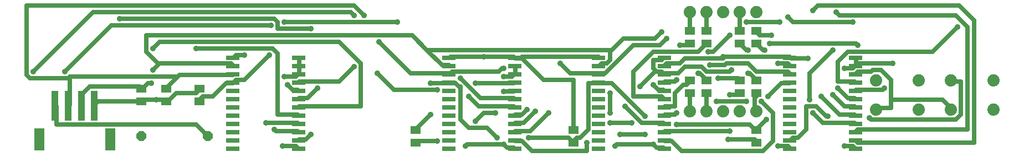
<source format=gbl>
G75*
G70*
%OFA0B0*%
%FSLAX24Y24*%
%IPPOS*%
%LPD*%
%AMOC8*
5,1,8,0,0,1.08239X$1,22.5*
%
%ADD10R,0.0800X0.0260*%
%ADD11R,0.0591X0.0512*%
%ADD12R,0.0394X0.1811*%
%ADD13R,0.0630X0.1339*%
%ADD14C,0.0740*%
%ADD15OC8,0.0600*%
%ADD16C,0.0250*%
%ADD17C,0.0360*%
D10*
X015256Y001385D03*
X015256Y001885D03*
X015256Y002385D03*
X015256Y002885D03*
X015256Y003385D03*
X015256Y003885D03*
X015256Y004385D03*
X015256Y004885D03*
X015256Y005385D03*
X015256Y005885D03*
X015256Y006385D03*
X015256Y006885D03*
X019216Y006885D03*
X019216Y006385D03*
X019216Y005885D03*
X019216Y005385D03*
X019216Y004885D03*
X019216Y004385D03*
X019216Y003885D03*
X019216Y003385D03*
X019216Y002885D03*
X019216Y002385D03*
X019216Y001885D03*
X019216Y001385D03*
X028256Y001385D03*
X028256Y001885D03*
X028256Y002385D03*
X028256Y002885D03*
X028256Y003385D03*
X028256Y003885D03*
X028256Y004385D03*
X028256Y004885D03*
X028256Y005385D03*
X028256Y005885D03*
X028256Y006385D03*
X028256Y006885D03*
X032216Y006885D03*
X032216Y006385D03*
X032216Y005885D03*
X032216Y005385D03*
X032216Y004885D03*
X032216Y004385D03*
X032216Y003885D03*
X032216Y003385D03*
X032216Y002885D03*
X032216Y002385D03*
X032216Y001885D03*
X032216Y001385D03*
X037256Y001385D03*
X037256Y001885D03*
X037256Y002385D03*
X037256Y002885D03*
X037256Y003385D03*
X037256Y003885D03*
X037256Y004385D03*
X037256Y004885D03*
X037256Y005385D03*
X037256Y005885D03*
X037256Y006385D03*
X037256Y006885D03*
X041216Y006885D03*
X041216Y006385D03*
X041216Y005885D03*
X041216Y005385D03*
X041216Y004885D03*
X041216Y004385D03*
X041216Y003885D03*
X041216Y003385D03*
X041216Y002885D03*
X041216Y002385D03*
X041216Y001885D03*
X041216Y001385D03*
X048756Y001385D03*
X048756Y001885D03*
X048756Y002385D03*
X048756Y002885D03*
X048756Y003385D03*
X048756Y003885D03*
X048756Y004385D03*
X048756Y004885D03*
X048756Y005385D03*
X048756Y005885D03*
X048756Y006385D03*
X048756Y006885D03*
X052716Y006885D03*
X052716Y006385D03*
X052716Y005885D03*
X052716Y005385D03*
X052716Y004885D03*
X052716Y004385D03*
X052716Y003885D03*
X052716Y003385D03*
X052716Y002885D03*
X052716Y002385D03*
X052716Y001885D03*
X052716Y001385D03*
D11*
X046736Y001761D03*
X046736Y002509D03*
X035736Y002509D03*
X035736Y001761D03*
X026236Y001761D03*
X026236Y002509D03*
X013236Y004261D03*
X011236Y004261D03*
X009736Y004261D03*
X009736Y005009D03*
X011236Y005009D03*
X013236Y005009D03*
X042736Y004761D03*
X043736Y004761D03*
X045736Y004761D03*
X046736Y004761D03*
X046736Y005509D03*
X045736Y005509D03*
X043736Y005509D03*
X042736Y005509D03*
X042736Y007761D03*
X043736Y007761D03*
X045736Y007761D03*
X046736Y007761D03*
X046736Y008509D03*
X045736Y008509D03*
X043736Y008509D03*
X042736Y008509D03*
D12*
X006917Y003985D03*
X006129Y003985D03*
X005342Y003985D03*
X004555Y003985D03*
D13*
X003610Y001938D03*
X007862Y001938D03*
D14*
X042736Y003635D03*
X043736Y003635D03*
X044736Y003635D03*
X045736Y003635D03*
X046736Y003635D03*
X053956Y003745D03*
X056516Y003745D03*
X058456Y003745D03*
X061016Y003745D03*
X061016Y005525D03*
X058456Y005525D03*
X056516Y005525D03*
X053956Y005525D03*
X046736Y009635D03*
X045736Y009635D03*
X044736Y009635D03*
X043736Y009635D03*
X042736Y009635D03*
D15*
X013736Y002135D03*
X009736Y002135D03*
D16*
X013036Y002835D02*
X013736Y002135D01*
X013036Y002835D02*
X004636Y002835D01*
X004636Y003935D01*
X004555Y003985D01*
X005342Y003985D02*
X005436Y004035D01*
X005436Y005635D01*
X003036Y005635D01*
X002836Y005835D01*
X002836Y010035D01*
X022536Y010035D01*
X023136Y009435D01*
X022536Y009435D02*
X022336Y009635D01*
X006836Y009635D01*
X003236Y006035D01*
X005136Y006035D02*
X007936Y008835D01*
X017536Y008835D01*
X017936Y009035D02*
X017936Y008635D01*
X019936Y008635D01*
X018336Y009035D02*
X025136Y009035D01*
X026036Y008235D02*
X026986Y007285D01*
X027036Y007335D01*
X037936Y007335D01*
X038036Y007335D01*
X038736Y008035D01*
X040636Y008035D01*
X041036Y008435D01*
X042736Y008509D02*
X042736Y009635D01*
X043736Y009635D02*
X043736Y008509D01*
X044136Y007235D02*
X045136Y008235D01*
X045736Y008509D02*
X045736Y009635D01*
X048636Y009335D02*
X048936Y009035D01*
X052536Y009035D01*
X051736Y009435D02*
X058736Y009435D01*
X059436Y008735D01*
X059436Y002535D01*
X052836Y002535D01*
X052736Y002435D01*
X052716Y002385D01*
X052716Y002885D02*
X052636Y002935D01*
X050736Y002935D01*
X050136Y003535D01*
X050336Y003935D02*
X050936Y003335D01*
X051036Y003335D01*
X051736Y003435D02*
X052636Y003435D01*
X052716Y003385D01*
X053536Y003235D02*
X053636Y003135D01*
X058736Y003135D01*
X059036Y003435D01*
X059036Y005435D01*
X058536Y005435D01*
X058456Y005525D01*
X054836Y005535D02*
X054836Y004335D01*
X057936Y004335D01*
X058436Y003835D01*
X058456Y003745D01*
X054836Y003835D02*
X054036Y003835D01*
X053956Y003745D01*
X054836Y003835D02*
X054836Y004335D01*
X052716Y004385D02*
X052636Y004435D01*
X052236Y004435D01*
X051636Y005035D01*
X052716Y004885D02*
X052736Y004935D01*
X054336Y004935D01*
X054436Y005035D01*
X052716Y005385D02*
X052636Y005435D01*
X051636Y005435D01*
X051636Y006635D01*
X052236Y007235D01*
X057336Y007235D01*
X058836Y008735D01*
X059836Y009135D02*
X059836Y001735D01*
X052836Y001735D01*
X052736Y001835D01*
X052716Y001885D01*
X052536Y001535D02*
X052036Y001535D01*
X052536Y001535D02*
X052636Y001435D01*
X052716Y001385D01*
X049736Y002535D02*
X049236Y002035D01*
X048936Y002035D01*
X048836Y001935D01*
X048756Y001885D01*
X047736Y001835D02*
X047136Y001235D01*
X042236Y001235D01*
X041636Y001835D01*
X041236Y001835D01*
X041216Y001885D01*
X040736Y001435D02*
X040536Y001635D01*
X038336Y001635D01*
X038236Y001535D01*
X036536Y001735D02*
X036536Y001235D01*
X033236Y001235D01*
X032636Y001835D01*
X032236Y001835D01*
X032216Y001885D01*
X031736Y001435D02*
X031536Y001635D01*
X029336Y001635D01*
X029236Y001535D01*
X027536Y001835D02*
X026236Y001835D01*
X026236Y001761D01*
X026236Y002509D02*
X026236Y002535D01*
X027136Y003435D01*
X028936Y003135D02*
X028936Y005135D01*
X028836Y005135D01*
X028636Y005335D01*
X028336Y005335D01*
X028256Y005385D01*
X028236Y005335D01*
X027136Y005335D01*
X028936Y005635D02*
X030136Y004435D01*
X032136Y004435D01*
X032216Y004385D01*
X032136Y004835D02*
X031536Y004835D01*
X032136Y004835D02*
X032216Y004885D01*
X032136Y005335D02*
X029836Y005335D01*
X031536Y005735D02*
X032036Y005735D01*
X032136Y005835D01*
X032216Y005885D01*
X032236Y005935D01*
X032236Y006335D01*
X032216Y006385D01*
X031536Y006235D02*
X031436Y006235D01*
X031236Y006035D01*
X028436Y006035D01*
X028336Y005935D01*
X028256Y005885D01*
X028236Y005935D01*
X025936Y005935D01*
X024036Y007835D01*
X022936Y006535D02*
X021636Y007835D01*
X010836Y007835D01*
X010436Y007435D01*
X010036Y007235D02*
X010036Y008235D01*
X026036Y008235D01*
X026986Y007285D02*
X027836Y006435D01*
X028236Y006435D01*
X028256Y006385D01*
X028256Y006885D02*
X028336Y006935D01*
X030336Y006935D01*
X032136Y006935D01*
X032216Y006885D01*
X032236Y006835D01*
X032636Y006835D01*
X032636Y006935D01*
X037236Y006935D01*
X037256Y006885D01*
X037736Y006535D02*
X037936Y006735D01*
X037936Y007335D01*
X037636Y005935D02*
X039336Y007635D01*
X040936Y007635D01*
X041336Y008035D01*
X042736Y007761D02*
X042736Y007735D01*
X042636Y007635D01*
X042136Y007635D01*
X043236Y007235D02*
X043736Y007735D01*
X043736Y007761D01*
X045736Y007735D02*
X045736Y007761D01*
X045736Y007735D02*
X046136Y007335D01*
X046236Y007335D01*
X046736Y007735D02*
X047136Y007335D01*
X047236Y007335D01*
X047536Y007735D02*
X052736Y007735D01*
X052836Y007635D01*
X051336Y007335D02*
X049936Y005935D01*
X049936Y004335D01*
X050636Y004535D02*
X051736Y003435D01*
X052636Y003935D02*
X052716Y003885D01*
X052636Y003935D02*
X052036Y003935D01*
X051336Y004635D01*
X050336Y003935D02*
X049736Y003935D01*
X049736Y002535D01*
X047336Y003135D02*
X046736Y002535D01*
X046736Y002509D01*
X046636Y002535D01*
X046336Y002835D01*
X041936Y002835D01*
X041216Y002885D02*
X041136Y002935D01*
X039836Y002935D01*
X038836Y003935D01*
X041216Y003885D02*
X041236Y003935D01*
X041836Y003935D01*
X041836Y004735D01*
X042336Y005235D01*
X042536Y005235D01*
X042736Y005435D01*
X042736Y005509D01*
X041936Y005535D02*
X041836Y005435D01*
X041236Y005435D01*
X041216Y005385D01*
X040836Y004935D02*
X040536Y005235D01*
X039736Y005135D02*
X040636Y006035D01*
X040736Y006035D01*
X040536Y006235D01*
X040536Y006735D01*
X041036Y006735D01*
X041136Y006835D01*
X041216Y006885D01*
X042136Y006535D02*
X042436Y006835D01*
X044736Y006835D01*
X044736Y006935D01*
X044836Y006935D02*
X048736Y006935D01*
X048756Y006885D01*
X048836Y006835D01*
X049836Y006835D01*
X048736Y006435D02*
X048636Y006535D01*
X048036Y006535D01*
X048736Y006435D02*
X048756Y006385D01*
X048636Y006035D02*
X046736Y006035D01*
X046236Y006535D01*
X044936Y006535D01*
X044836Y006435D01*
X043936Y006435D01*
X043736Y006035D02*
X043436Y006335D01*
X042436Y006335D01*
X042036Y005935D01*
X041236Y005935D01*
X041216Y005885D01*
X041136Y005935D01*
X041036Y006035D01*
X040736Y006035D01*
X041216Y006385D02*
X041236Y006435D01*
X041336Y006535D01*
X042136Y006535D01*
X044736Y006835D02*
X044836Y006935D01*
X044136Y007235D02*
X043836Y007235D01*
X043236Y007235D02*
X040536Y007235D01*
X039336Y006035D01*
X039336Y004535D01*
X041036Y004535D01*
X041136Y004435D01*
X041216Y004385D01*
X042736Y004761D02*
X042736Y003635D01*
X041936Y003535D02*
X041836Y003435D01*
X041236Y003435D01*
X041216Y003385D01*
X040036Y003335D02*
X038036Y005335D01*
X037336Y005335D01*
X037256Y005385D01*
X037236Y005335D01*
X036636Y005335D01*
X036636Y002535D01*
X036136Y002035D01*
X035936Y002035D01*
X035736Y001835D01*
X035736Y001761D01*
X035636Y001835D01*
X035436Y002035D01*
X033036Y002035D01*
X033136Y002435D02*
X032236Y002435D01*
X032216Y002385D01*
X033136Y002435D02*
X034236Y003535D01*
X033436Y003635D02*
X032736Y002935D01*
X032236Y002935D01*
X032216Y002885D01*
X031136Y002035D02*
X030536Y002635D01*
X029436Y002635D01*
X028936Y003135D01*
X029836Y003035D02*
X030336Y003535D01*
X031036Y003535D01*
X032216Y003385D02*
X032236Y003435D01*
X032636Y003435D01*
X032936Y003735D01*
X032216Y003885D02*
X032136Y003935D01*
X030036Y003935D01*
X029436Y004535D01*
X027536Y004935D02*
X024936Y004935D01*
X023936Y005935D01*
X022536Y006335D02*
X021636Y005435D01*
X019236Y005435D01*
X019216Y005385D01*
X018836Y004935D02*
X018536Y005235D01*
X018836Y004935D02*
X019136Y004935D01*
X019216Y004885D01*
X019736Y004435D02*
X020336Y005035D01*
X019736Y004435D02*
X019236Y004435D01*
X019216Y004385D01*
X019236Y003935D02*
X019216Y003885D01*
X019236Y003935D02*
X022936Y003935D01*
X022936Y006535D01*
X019236Y006435D02*
X019216Y006385D01*
X019236Y006335D01*
X019236Y005935D01*
X019216Y005885D01*
X019136Y005835D01*
X019036Y005735D01*
X018336Y005735D01*
X017436Y007035D02*
X015936Y005535D01*
X015436Y005535D01*
X015336Y005435D01*
X015256Y005385D01*
X015236Y005335D01*
X014836Y005335D01*
X014036Y004535D01*
X013436Y004535D01*
X013236Y004335D01*
X013236Y004261D01*
X011836Y004735D02*
X011436Y004335D01*
X011336Y004335D01*
X011236Y004261D01*
X011236Y004335D01*
X010636Y004335D01*
X009736Y004335D01*
X009736Y004261D01*
X009636Y004235D01*
X007136Y004235D01*
X006936Y004035D01*
X006917Y003985D01*
X006136Y004035D02*
X006129Y003985D01*
X006136Y004035D02*
X006136Y004635D01*
X006636Y005135D01*
X009636Y005135D01*
X009736Y005035D01*
X009736Y005009D01*
X009836Y005035D01*
X010136Y005335D01*
X010336Y005335D01*
X011236Y005035D02*
X011236Y005009D01*
X011236Y005035D02*
X011886Y005685D01*
X011836Y005735D01*
X005436Y005735D01*
X005436Y005635D01*
X010436Y006135D02*
X010736Y006435D01*
X010736Y006535D01*
X010036Y007235D01*
X013036Y007435D02*
X017636Y007435D01*
X017936Y007135D01*
X017936Y003435D01*
X019136Y003435D01*
X019216Y003385D01*
X019136Y002935D02*
X017236Y002935D01*
X019136Y002935D02*
X019216Y002885D01*
X017836Y002435D02*
X017736Y002535D01*
X017836Y002435D02*
X019136Y002435D01*
X019216Y002385D01*
X019636Y001935D02*
X019936Y002235D01*
X019636Y001935D02*
X019236Y001935D01*
X019216Y001885D01*
X019036Y001535D02*
X018236Y001535D01*
X019036Y001535D02*
X019136Y001435D01*
X019216Y001385D01*
X031736Y001435D02*
X032136Y001435D01*
X032216Y001385D01*
X035736Y002509D02*
X035736Y005535D01*
X033936Y005535D01*
X032636Y006835D01*
X034936Y006535D02*
X035536Y005935D01*
X037236Y005935D01*
X037256Y005885D01*
X037336Y005935D01*
X037636Y005935D01*
X037336Y006435D02*
X037256Y006385D01*
X037336Y006435D02*
X037436Y006535D01*
X037736Y006535D01*
X043236Y005935D02*
X043336Y005935D01*
X043736Y005535D01*
X043736Y005509D01*
X044436Y005635D02*
X045636Y005635D01*
X045736Y005535D01*
X045736Y005509D01*
X046336Y005935D02*
X046736Y005535D01*
X046736Y005509D01*
X046336Y005935D02*
X046236Y005935D01*
X045236Y006135D02*
X045136Y006035D01*
X043736Y006035D01*
X047436Y004535D02*
X048236Y005335D01*
X048736Y005335D01*
X048756Y005385D01*
X048756Y005885D02*
X048736Y005935D01*
X048636Y006035D01*
X052036Y006235D02*
X052536Y006235D01*
X052636Y006335D01*
X052716Y006385D01*
X052736Y006435D01*
X052736Y006535D01*
X054936Y006535D01*
X052736Y006535D02*
X052736Y006835D01*
X052716Y006885D01*
X053636Y006035D02*
X053736Y006135D01*
X054236Y006135D01*
X054836Y005535D01*
X052836Y006035D02*
X052736Y005935D01*
X052716Y005885D01*
X052836Y006035D02*
X053636Y006035D01*
X046736Y004761D02*
X046736Y004535D01*
X046636Y004435D01*
X046636Y003635D01*
X046736Y003635D01*
X047036Y004235D02*
X047736Y003535D01*
X047736Y001835D01*
X046736Y001835D02*
X046736Y001761D01*
X046736Y001835D02*
X046636Y001935D01*
X045036Y001935D01*
X045136Y002435D02*
X041236Y002435D01*
X041216Y002385D01*
X040036Y002235D02*
X038536Y002235D01*
X037936Y002935D02*
X039236Y002935D01*
X037936Y003535D02*
X037936Y004735D01*
X040836Y004935D02*
X041136Y004935D01*
X041216Y004885D01*
X043736Y004761D02*
X043736Y003635D01*
X044336Y004235D02*
X046136Y004235D01*
X045636Y004635D02*
X045736Y004735D01*
X045736Y004761D01*
X045636Y004635D02*
X045136Y004635D01*
X032216Y005385D02*
X032136Y005335D01*
X019236Y006435D02*
X019236Y006835D01*
X019216Y006885D01*
X015936Y007035D02*
X015436Y007035D01*
X015336Y006935D01*
X015256Y006885D01*
X015136Y006535D02*
X010736Y006535D01*
X011886Y005685D02*
X012036Y005835D01*
X015236Y005835D01*
X015256Y005885D01*
X015256Y006385D02*
X015236Y006435D01*
X015136Y006535D01*
X013236Y005009D02*
X013236Y004935D01*
X013036Y004735D01*
X011836Y004735D01*
X017736Y009235D02*
X017936Y009035D01*
X017736Y009235D02*
X008436Y009235D01*
X046136Y009035D02*
X048136Y009035D01*
X046936Y008235D02*
X046736Y008435D01*
X046736Y008509D01*
X046936Y008235D02*
X047636Y008235D01*
X046736Y007761D02*
X046736Y007735D01*
X051536Y009635D02*
X051736Y009435D01*
X050436Y010035D02*
X050136Y009735D01*
X050436Y010035D02*
X058936Y010035D01*
X059836Y009135D01*
X048736Y001435D02*
X048636Y001535D01*
X048036Y001535D01*
X048736Y001435D02*
X048756Y001385D01*
X041216Y001385D02*
X041136Y001435D01*
X040736Y001435D01*
D17*
X040536Y001635D03*
X038236Y001535D03*
X036536Y001735D03*
X038536Y002235D03*
X040036Y002235D03*
X041936Y002835D03*
X040036Y003335D03*
X039236Y002935D03*
X037936Y002935D03*
X037936Y003535D03*
X038836Y003935D03*
X041936Y003535D03*
X044336Y004235D03*
X046136Y004235D03*
X047036Y004235D03*
X047436Y004535D03*
X045136Y004635D03*
X049936Y004335D03*
X050636Y004535D03*
X051336Y004635D03*
X051636Y005035D03*
X054436Y005035D03*
X052036Y006235D03*
X054936Y006535D03*
X051336Y007335D03*
X052836Y007635D03*
X049836Y006835D03*
X048036Y006535D03*
X045236Y006135D03*
X046236Y005935D03*
X044436Y005635D03*
X043236Y005935D03*
X041936Y005535D03*
X040536Y005235D03*
X039736Y005135D03*
X037936Y004735D03*
X032936Y003735D03*
X033436Y003635D03*
X034236Y003535D03*
X031036Y003535D03*
X029836Y003035D03*
X027136Y003435D03*
X029436Y004535D03*
X027536Y004935D03*
X027136Y005335D03*
X028936Y005635D03*
X029836Y005335D03*
X031536Y005735D03*
X031536Y006235D03*
X034936Y006535D03*
X030336Y006935D03*
X024036Y007835D03*
X019936Y008635D03*
X017536Y008835D03*
X018336Y009035D03*
X022536Y009435D03*
X023136Y009435D03*
X025136Y009035D03*
X017436Y007035D03*
X015936Y007035D03*
X013036Y007435D03*
X010436Y007435D03*
X010436Y006135D03*
X010336Y005335D03*
X005136Y006035D03*
X003236Y006035D03*
X010636Y004335D03*
X017236Y002935D03*
X017736Y002535D03*
X019936Y002235D03*
X018236Y001535D03*
X027536Y001835D03*
X029236Y001535D03*
X031536Y001635D03*
X031136Y002035D03*
X033036Y002035D03*
X045036Y001935D03*
X045136Y002435D03*
X047336Y003135D03*
X050136Y003535D03*
X051036Y003335D03*
X053536Y003235D03*
X052036Y001535D03*
X048036Y001535D03*
X031536Y004835D03*
X023936Y005935D03*
X022536Y006335D03*
X018336Y005735D03*
X018536Y005235D03*
X020336Y005035D03*
X041036Y008435D03*
X041336Y008035D03*
X042136Y007635D03*
X043836Y007235D03*
X044736Y006935D03*
X043936Y006435D03*
X046236Y007335D03*
X047236Y007335D03*
X047536Y007735D03*
X047636Y008235D03*
X045136Y008235D03*
X046136Y009035D03*
X048136Y009035D03*
X048636Y009335D03*
X050136Y009735D03*
X051536Y009635D03*
X052536Y009035D03*
X058836Y008735D03*
X008436Y009235D03*
M02*

</source>
